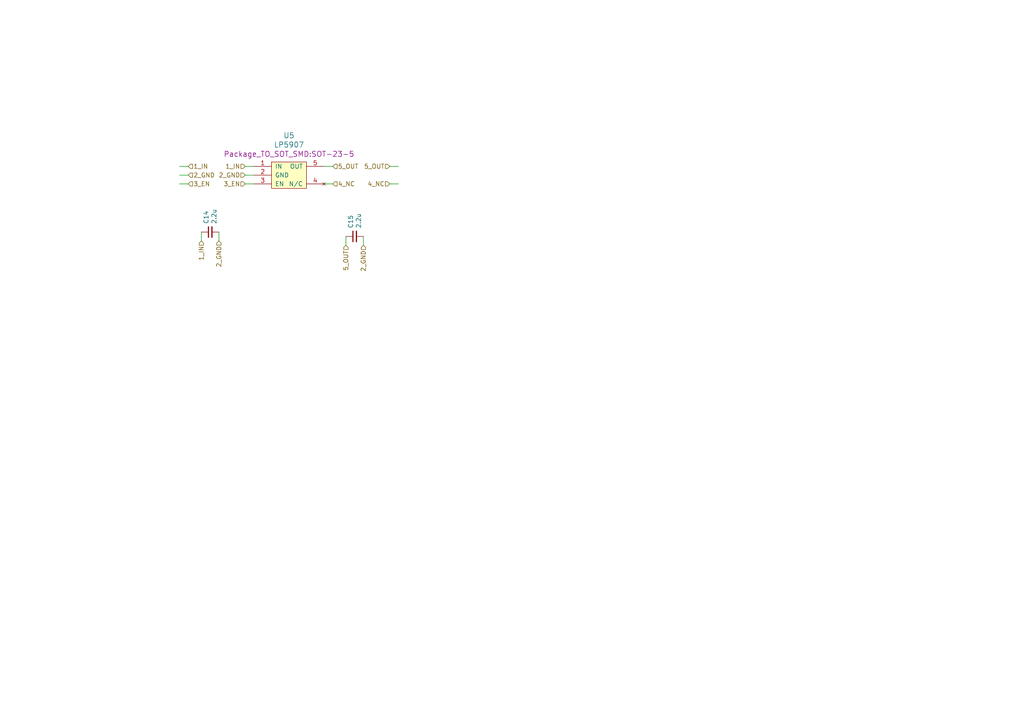
<source format=kicad_sch>
(kicad_sch (version 20230121) (generator eeschema)
  (paper "A4")
  (lib_symbols
    (symbol "FreeEEG32-ads131-rescue:C_Small-Device" (pin_numbers hide) (pin_names (offset 0.254) hide)
      (property "Reference" "C" (at 0.254 1.778 0))
      (property "Value" "C_Small-Device" (at 0.254 -2.032 0))
      (symbol "C_Small-Device_0_1"
        (polyline (pts (xy -1.524 -0.508) (xy 1.524 -0.508)) (stroke (width 0.3302)))
        (polyline (pts (xy -1.524 0.508) (xy 1.524 0.508)) (stroke (width 0.3048)))
      )
      (symbol "C_Small-Device_1_1"
        (pin passive line (at 0 2.54 270) (length 2.032) (name "~") (number "1"))
        (pin passive line (at 0 -2.54 90) (length 2.032) (name "~") (number "2"))
      )
    )
    (symbol "FreeEEG32-ads131-rescue:LP5907-lp5907" (pin_names (offset 1.016))
      (property "Reference" "U" (at 0 5.08 0))
      (property "Value" "LP5907-lp5907" (at 0 -5.08 0))
      (symbol "LP5907-lp5907_0_1"
        (rectangle (start -5.08 3.81) (end 5.08 -3.81) (fill (type background)))
      )
      (symbol "LP5907-lp5907_1_1"
        (pin input line (at -10.16 2.54 0) (length 5.08) (name "IN") (number "1"))
        (pin input line (at -10.16 0 0) (length 5.08) (name "GND") (number "2"))
        (pin input line (at -10.16 -2.54 0) (length 5.08) (name "EN") (number "3"))
        (pin no_connect line (at 10.16 -2.54 180) (length 5.08) (name "N/C") (number "4"))
        (pin output line (at 10.16 2.54 180) (length 5.08) (name "OUT") (number "5"))
      )
    )
  )
  (wire (pts (xy 113.03 48.26) (xy 115.57 48.26)))
  (wire (pts (xy 100.33 71.12) (xy 100.33 68.58)))
  (wire (pts (xy 54.61 53.34) (xy 52.07 53.34)))
  (wire (pts (xy 113.03 53.34) (xy 115.57 53.34)))
  (wire (pts (xy 105.41 71.12) (xy 105.41 68.58)))
  (wire (pts (xy 54.61 50.8) (xy 52.07 50.8)))
  (wire (pts (xy 96.52 48.26) (xy 93.98 48.26)))
  (wire (pts (xy 63.5 69.85) (xy 63.5 67.31)))
  (wire (pts (xy 71.12 50.8) (xy 73.66 50.8)))
  (wire (pts (xy 58.42 69.85) (xy 58.42 67.31)))
  (wire (pts (xy 71.12 48.26) (xy 73.66 48.26)))
  (wire (pts (xy 54.61 48.26) (xy 52.07 48.26)))
  (wire (pts (xy 96.52 53.34) (xy 93.98 53.34)))
  (wire (pts (xy 71.12 53.34) (xy 73.66 53.34)))
  (hierarchical_label "2_GND" (shape input) (at 105.41 71.12 270))
  (hierarchical_label "1_IN" (shape input) (at 71.12 48.26 180))
  (hierarchical_label "2_GND" (shape input) (at 71.12 50.8 180))
  (hierarchical_label "1_IN" (shape input) (at 54.61 48.26 0))
  (hierarchical_label "4_NC" (shape input) (at 113.03 53.34 180))
  (hierarchical_label "3_EN" (shape input) (at 54.61 53.34 0))
  (hierarchical_label "5_OUT" (shape input) (at 100.33 71.12 270))
  (hierarchical_label "2_GND" (shape input) (at 54.61 50.8 0))
  (hierarchical_label "1_IN" (shape input) (at 58.42 69.85 270))
  (hierarchical_label "2_GND" (shape input) (at 63.5 69.85 270))
  (hierarchical_label "4_NC" (shape input) (at 96.52 53.34 0))
  (hierarchical_label "5_OUT" (shape input) (at 96.52 48.26 0))
  (hierarchical_label "5_OUT" (shape input) (at 113.03 48.26 180))
  (hierarchical_label "3_EN" (shape input) (at 71.12 53.34 180))
  (symbol (lib_id "FreeEEG32-ads131-rescue:LP5907-lp5907") (at 83.82 50.8 0) (unit 1)
    (property "Reference" "U5" (at 83.82 39.2938 0) (effects (font (size 1.524 1.524))))
    (property "Value" "LP5907" (at 83.82 41.9862 0) (effects (font (size 1.524 1.524))))
    (property "Footprint" "Package_TO_SOT_SMD:SOT-23-5" (at 83.82 44.6786 0) (effects (font (size 1.524 1.524))))
    (property "MNP" "LP5907QMFX-3.3Q1" (effects hide))
    (property "Manufacturer" "Texas Instruments" (effects hide))
  )
  (symbol (lib_id "FreeEEG32-ads131-rescue:C_Small-Device") (at 102.87 68.58 90) (unit 1)
    (property "Reference" "C15" (at 101.7016 66.2432 0) (effects (justify left)))
    (property "Value" "2.2u" (at 104.013 66.2432 0) (effects (justify left)))
    (property "Footprint" "Capacitor_SMD:C_0603_1608Metric" (effects hide))
    (property "MNP" "GRM188R71A225KE15D" (effects hide))
  )
  (symbol (lib_id "FreeEEG32-ads131-rescue:C_Small-Device") (at 60.96 67.31 90) (unit 1)
    (property "Reference" "C14" (at 59.7916 64.9732 0) (effects (justify left)))
    (property "Value" "2.2u" (at 62.103 64.9732 0) (effects (justify left)))
    (property "Footprint" "Capacitor_SMD:C_0603_1608Metric" (effects hide))
    (property "MNP" "GRM188R71A225KE15D" (effects hide))
  )
)
</source>
